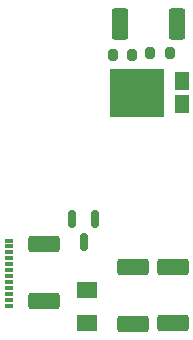
<source format=gbr>
%TF.GenerationSoftware,KiCad,Pcbnew,(6.0.5-0)*%
%TF.CreationDate,2022-06-12T16:17:49+02:00*%
%TF.ProjectId,Relay,52656c61-792e-46b6-9963-61645f706362,rev?*%
%TF.SameCoordinates,Original*%
%TF.FileFunction,Paste,Top*%
%TF.FilePolarity,Positive*%
%FSLAX46Y46*%
G04 Gerber Fmt 4.6, Leading zero omitted, Abs format (unit mm)*
G04 Created by KiCad (PCBNEW (6.0.5-0)) date 2022-06-12 16:17:49*
%MOMM*%
%LPD*%
G01*
G04 APERTURE LIST*
G04 Aperture macros list*
%AMRoundRect*
0 Rectangle with rounded corners*
0 $1 Rounding radius*
0 $2 $3 $4 $5 $6 $7 $8 $9 X,Y pos of 4 corners*
0 Add a 4 corners polygon primitive as box body*
4,1,4,$2,$3,$4,$5,$6,$7,$8,$9,$2,$3,0*
0 Add four circle primitives for the rounded corners*
1,1,$1+$1,$2,$3*
1,1,$1+$1,$4,$5*
1,1,$1+$1,$6,$7*
1,1,$1+$1,$8,$9*
0 Add four rect primitives between the rounded corners*
20,1,$1+$1,$2,$3,$4,$5,0*
20,1,$1+$1,$4,$5,$6,$7,0*
20,1,$1+$1,$6,$7,$8,$9,0*
20,1,$1+$1,$8,$9,$2,$3,0*%
G04 Aperture macros list end*
%ADD10R,1.800000X1.340000*%
%ADD11RoundRect,0.249999X-1.075001X0.450001X-1.075001X-0.450001X1.075001X-0.450001X1.075001X0.450001X0*%
%ADD12RoundRect,0.200000X0.200000X0.275000X-0.200000X0.275000X-0.200000X-0.275000X0.200000X-0.275000X0*%
%ADD13RoundRect,0.150000X-0.150000X0.587500X-0.150000X-0.587500X0.150000X-0.587500X0.150000X0.587500X0*%
%ADD14R,1.200000X1.500000*%
%ADD15R,4.650000X4.150000*%
%ADD16R,0.700000X0.300000*%
%ADD17RoundRect,0.249999X0.450001X1.075001X-0.450001X1.075001X-0.450001X-1.075001X0.450001X-1.075001X0*%
G04 APERTURE END LIST*
D10*
%TO.C,D1*%
X163150000Y-79462500D03*
X163150000Y-76602500D03*
%TD*%
D11*
%TO.C,R8*%
X170410000Y-74650000D03*
X170410000Y-79450000D03*
%TD*%
%TO.C,R7*%
X167020000Y-74680000D03*
X167020000Y-79480000D03*
%TD*%
D12*
%TO.C,R6*%
X170125000Y-56570000D03*
X168475000Y-56570000D03*
%TD*%
D13*
%TO.C,Q1*%
X163790000Y-70652500D03*
X161890000Y-70652500D03*
X162840000Y-72527500D03*
%TD*%
D12*
%TO.C,R5*%
X166975000Y-56710000D03*
X165325000Y-56710000D03*
%TD*%
D14*
%TO.C,CR1*%
X171160000Y-58955000D03*
X171160000Y-60925000D03*
D15*
X167410000Y-59940000D03*
%TD*%
D11*
%TO.C,R4*%
X159460000Y-72760000D03*
X159460000Y-77560000D03*
%TD*%
D16*
%TO.C,J2*%
X156510000Y-72450000D03*
X156510000Y-72950000D03*
X156510000Y-73450000D03*
X156510000Y-73950000D03*
X156510000Y-74450000D03*
X156510000Y-74950000D03*
X156510000Y-75450000D03*
X156510000Y-75950000D03*
X156510000Y-76450000D03*
X156510000Y-76950000D03*
X156510000Y-77450000D03*
X156510000Y-77950000D03*
%TD*%
D17*
%TO.C,R1*%
X170720000Y-54070000D03*
X165920000Y-54070000D03*
%TD*%
M02*

</source>
